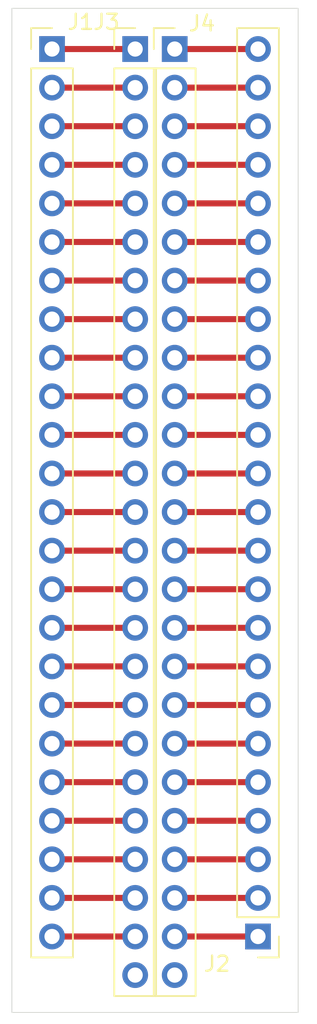
<source format=kicad_pcb>
(kicad_pcb (version 20241229) (generator "pcbnew") (generator_version "9.0")
  (layers (0 "F.Cu" signal) (2 "B.Cu" signal) (13 "F.Paste" user) (15 "B.Paste" user) (5 "F.SilkS" user "F.Silkscreen") (7 "B.SilkS" user "B.Silkscreen") (1 "F.Mask" user) (3 "B.Mask" user) (25 "Edge.Cuts" user))
  (net 0 "")
  (net 1 "Net-(J1-Pin_13)")
  (net 2 "Net-(J1-Pin_7)")
  (net 3 "Net-(J1-Pin_19)")
  (net 4 "Net-(J1-Pin_18)")
  (net 5 "Net-(J1-Pin_15)")
  (net 6 "Net-(J1-Pin_2)")
  (net 7 "Net-(J1-Pin_14)")
  (net 8 "Net-(J1-Pin_12)")
  (net 9 "Net-(J1-Pin_22)")
  (net 10 "Net-(J1-Pin_9)")
  (net 11 "Net-(J1-Pin_8)")
  (net 12 "Net-(J1-Pin_6)")
  (net 13 "Net-(J1-Pin_11)")
  (net 14 "Net-(J1-Pin_20)")
  (net 15 "Net-(J1-Pin_16)")
  (net 16 "Net-(J1-Pin_10)")
  (net 17 "Net-(J1-Pin_1)")
  (net 18 "Net-(J1-Pin_17)")
  (net 19 "Net-(J1-Pin_4)")
  (net 20 "Net-(J1-Pin_21)")
  (net 21 "Net-(J1-Pin_23)")
  (net 22 "Net-(J1-Pin_3)")
  (net 23 "Net-(J1-Pin_24)")
  (net 24 "Net-(J1-Pin_5)")
  (net 25 "Net-(J2-Pin_4)")
  (net 26 "Net-(J2-Pin_19)")
  (net 27 "Net-(J2-Pin_21)")
  (net 28 "Net-(J2-Pin_2)")
  (net 29 "Net-(J2-Pin_24)")
  (net 30 "Net-(J2-Pin_13)")
  (net 31 "Net-(J2-Pin_3)")
  (net 32 "Net-(J2-Pin_22)")
  (net 33 "Net-(J2-Pin_15)")
  (net 34 "Net-(J2-Pin_14)")
  (net 35 "Net-(J2-Pin_5)")
  (net 36 "Net-(J2-Pin_16)")
  (net 37 "Net-(J2-Pin_23)")
  (net 38 "Net-(J2-Pin_1)")
  (net 39 "Net-(J2-Pin_20)")
  (net 40 "Net-(J2-Pin_8)")
  (net 41 "Net-(J2-Pin_9)")
  (net 42 "Net-(J2-Pin_10)")
  (net 43 "Net-(J2-Pin_12)")
  (net 44 "Net-(J2-Pin_7)")
  (net 45 "Net-(J2-Pin_18)")
  (net 46 "Net-(J2-Pin_11)")
  (net 47 "Net-(J2-Pin_17)")
  (net 48 "Net-(J2-Pin_6)")
  (footprint "Connector_PinHeader_2.54mm:PinHeader_1x24_P2.54mm_Vertical" (layer "F.Cu") (at 130 90.4 180)
    (property "Reference" "J2" (at 2.7 -1.8 0) (layer "F.SilkS"))
    (property "Value" "25-48Pro")
    (fp_line (start 1.38 1.27) (end 1.38 59.8) (stroke (width 0.12)) (layer "F.SilkS"))
    (fp_line (start -1.38 59.8) (end 1.38 59.8) (stroke (width 0.12)) (layer "F.SilkS"))
    (fp_line (start -1.38 1.27) (end 1.38 1.27) (stroke (width 0.12)) (layer "F.SilkS"))
    (fp_line (start -1.38 1.27) (end -1.38 59.8) (stroke (width 0.12)) (layer "F.SilkS"))
    (fp_line (start -1.38 0) (end -1.38 -1.38) (stroke (width 0.12)) (layer "F.SilkS"))
    (fp_line (start -1.38 -1.38) (end 0 -1.38) (stroke (width 0.12)) (layer "F.SilkS"))
    (pad "1" thru_hole rect (at 0 0 180) (size 1.7 1.7) (drill 1) (layers "*.Cu" "*.Mask") (net 38 "Net-(J2-Pin_1)"))
    (pad "2" thru_hole circle (at 0 2.54 180) (size 1.7 1.7) (drill 1) (layers "*.Cu" "*.Mask") (net 28 "Net-(J2-Pin_2)"))
    (pad "3" thru_hole circle (at 0 5.08 180) (size 1.7 1.7) (drill 1) (layers "*.Cu" "*.Mask") (net 31 "Net-(J2-Pin_3)"))
    (pad "4" thru_hole circle (at 0 7.62 180) (size 1.7 1.7) (drill 1) (layers "*.Cu" "*.Mask") (net 25 "Net-(J2-Pin_4)"))
    (pad "5" thru_hole circle (at 0 10.16 180) (size 1.7 1.7) (drill 1) (layers "*.Cu" "*.Mask") (net 35 "Net-(J2-Pin_5)"))
    (pad "6" thru_hole circle (at 0 12.7 180) (size 1.7 1.7) (drill 1) (layers "*.Cu" "*.Mask") (net 48 "Net-(J2-Pin_6)"))
    (pad "7" thru_hole circle (at 0 15.24 180) (size 1.7 1.7) (drill 1) (layers "*.Cu" "*.Mask") (net 44 "Net-(J2-Pin_7)"))
    (pad "8" thru_hole circle (at 0 17.78 180) (size 1.7 1.7) (drill 1) (layers "*.Cu" "*.Mask") (net 40 "Net-(J2-Pin_8)"))
    (pad "9" thru_hole circle (at 0 20.32 180) (size 1.7 1.7) (drill 1) (layers "*.Cu" "*.Mask") (net 41 "Net-(J2-Pin_9)"))
    (pad "10" thru_hole circle (at 0 22.86 180) (size 1.7 1.7) (drill 1) (layers "*.Cu" "*.Mask") (net 42 "Net-(J2-Pin_10)"))
    (pad "11" thru_hole circle (at 0 25.4 180) (size 1.7 1.7) (drill 1) (layers "*.Cu" "*.Mask") (net 46 "Net-(J2-Pin_11)"))
    (pad "12" thru_hole circle (at 0 27.94 180) (size 1.7 1.7) (drill 1) (layers "*.Cu" "*.Mask") (net 43 "Net-(J2-Pin_12)"))
    (pad "13" thru_hole circle (at 0 30.48 180) (size 1.7 1.7) (drill 1) (layers "*.Cu" "*.Mask") (net 30 "Net-(J2-Pin_13)"))
    (pad "14" thru_hole circle (at 0 33.02 180) (size 1.7 1.7) (drill 1) (layers "*.Cu" "*.Mask") (net 34 "Net-(J2-Pin_14)"))
    (pad "15" thru_hole circle (at 0 35.56 180) (size 1.7 1.7) (drill 1) (layers "*.Cu" "*.Mask") (net 33 "Net-(J2-Pin_15)"))
    (pad "16" thru_hole circle (at 0 38.1 180) (size 1.7 1.7) (drill 1) (layers "*.Cu" "*.Mask") (net 36 "Net-(J2-Pin_16)"))
    (pad "17" thru_hole circle (at 0 40.64 180) (size 1.7 1.7) (drill 1) (layers "*.Cu" "*.Mask") (net 47 "Net-(J2-Pin_17)"))
    (pad "18" thru_hole circle (at 0 43.18 180) (size 1.7 1.7) (drill 1) (layers "*.Cu" "*.Mask") (net 45 "Net-(J2-Pin_18)"))
    (pad "19" thru_hole circle (at 0 45.72 180) (size 1.7 1.7) (drill 1) (layers "*.Cu" "*.Mask") (net 26 "Net-(J2-Pin_19)"))
    (pad "20" thru_hole circle (at 0 48.26 180) (size 1.7 1.7) (drill 1) (layers "*.Cu" "*.Mask") (net 39 "Net-(J2-Pin_20)"))
    (pad "21" thru_hole circle (at 0 50.8 180) (size 1.7 1.7) (drill 1) (layers "*.Cu" "*.Mask") (net 27 "Net-(J2-Pin_21)"))
    (pad "22" thru_hole circle (at 0 53.34 180) (size 1.7 1.7) (drill 1) (layers "*.Cu" "*.Mask") (net 32 "Net-(J2-Pin_22)"))
    (pad "23" thru_hole circle (at 0 55.88 180) (size 1.7 1.7) (drill 1) (layers "*.Cu" "*.Mask") (net 37 "Net-(J2-Pin_23)"))
    (pad "24" thru_hole circle (at 0 58.42 180) (size 1.7 1.7) (drill 1) (layers "*.Cu" "*.Mask") (net 29 "Net-(J2-Pin_24)"))
  )
  (footprint "Connector_PinHeader_2.54mm:PinHeader_1x25_P2.54mm_Vertical" (layer "F.Cu") (at 124.5 31.98)
    (property "Reference" "J4" (at 1.8 -1.68 0) (layer "F.SilkS"))
    (property "Value" "25-48cab")
    (fp_line (start -1.38 -1.38) (end 0 -1.38) (stroke (width 0.12)) (layer "F.SilkS"))
    (fp_line (start -1.38 0) (end -1.38 -1.38) (stroke (width 0.12)) (layer "F.SilkS"))
    (fp_line (start -1.38 1.27) (end -1.38 62.34) (stroke (width 0.12)) (layer "F.SilkS"))
    (fp_line (start -1.38 1.27) (end 1.38 1.27) (stroke (width 0.12)) (layer "F.SilkS"))
    (fp_line (start -1.38 62.34) (end 1.38 62.34) (stroke (width 0.12)) (layer "F.SilkS"))
    (fp_line (start 1.38 1.27) (end 1.38 62.34) (stroke (width 0.12)) (layer "F.SilkS"))
    (pad "1" thru_hole rect (at 0 0) (size 1.7 1.7) (drill 1) (layers "*.Cu" "*.Mask") (net 29 "Net-(J2-Pin_24)"))
    (pad "2" thru_hole circle (at 0 2.54) (size 1.7 1.7) (drill 1) (layers "*.Cu" "*.Mask") (net 37 "Net-(J2-Pin_23)"))
    (pad "3" thru_hole circle (at 0 5.08) (size 1.7 1.7) (drill 1) (layers "*.Cu" "*.Mask") (net 32 "Net-(J2-Pin_22)"))
    (pad "4" thru_hole circle (at 0 7.62) (size 1.7 1.7) (drill 1) (layers "*.Cu" "*.Mask") (net 27 "Net-(J2-Pin_21)"))
    (pad "5" thru_hole circle (at 0 10.16) (size 1.7 1.7) (drill 1) (layers "*.Cu" "*.Mask") (net 39 "Net-(J2-Pin_20)"))
    (pad "6" thru_hole circle (at 0 12.7) (size 1.7 1.7) (drill 1) (layers "*.Cu" "*.Mask") (net 26 "Net-(J2-Pin_19)"))
    (pad "7" thru_hole circle (at 0 15.24) (size 1.7 1.7) (drill 1) (layers "*.Cu" "*.Mask") (net 45 "Net-(J2-Pin_18)"))
    (pad "8" thru_hole circle (at 0 17.78) (size 1.7 1.7) (drill 1) (layers "*.Cu" "*.Mask") (net 47 "Net-(J2-Pin_17)"))
    (pad "9" thru_hole circle (at 0 20.32) (size 1.7 1.7) (drill 1) (layers "*.Cu" "*.Mask") (net 36 "Net-(J2-Pin_16)"))
    (pad "10" thru_hole circle (at 0 22.86) (size 1.7 1.7) (drill 1) (layers "*.Cu" "*.Mask") (net 33 "Net-(J2-Pin_15)"))
    (pad "11" thru_hole circle (at 0 25.4) (size 1.7 1.7) (drill 1) (layers "*.Cu" "*.Mask") (net 34 "Net-(J2-Pin_14)"))
    (pad "12" thru_hole circle (at 0 27.94) (size 1.7 1.7) (drill 1) (layers "*.Cu" "*.Mask") (net 30 "Net-(J2-Pin_13)"))
    (pad "13" thru_hole circle (at 0 30.48) (size 1.7 1.7) (drill 1) (layers "*.Cu" "*.Mask") (net 43 "Net-(J2-Pin_12)"))
    (pad "14" thru_hole circle (at 0 33.02) (size 1.7 1.7) (drill 1) (layers "*.Cu" "*.Mask") (net 46 "Net-(J2-Pin_11)"))
    (pad "15" thru_hole circle (at 0 35.56) (size 1.7 1.7) (drill 1) (layers "*.Cu" "*.Mask") (net 42 "Net-(J2-Pin_10)"))
    (pad "16" thru_hole circle (at 0 38.1) (size 1.7 1.7) (drill 1) (layers "*.Cu" "*.Mask") (net 41 "Net-(J2-Pin_9)"))
    (pad "17" thru_hole circle (at 0 40.64) (size 1.7 1.7) (drill 1) (layers "*.Cu" "*.Mask") (net 40 "Net-(J2-Pin_8)"))
    (pad "18" thru_hole circle (at 0 43.18) (size 1.7 1.7) (drill 1) (layers "*.Cu" "*.Mask") (net 44 "Net-(J2-Pin_7)"))
    (pad "19" thru_hole circle (at 0 45.72) (size 1.7 1.7) (drill 1) (layers "*.Cu" "*.Mask") (net 48 "Net-(J2-Pin_6)"))
    (pad "20" thru_hole circle (at 0 48.26) (size 1.7 1.7) (drill 1) (layers "*.Cu" "*.Mask") (net 35 "Net-(J2-Pin_5)"))
    (pad "21" thru_hole circle (at 0 50.8) (size 1.7 1.7) (drill 1) (layers "*.Cu" "*.Mask") (net 25 "Net-(J2-Pin_4)"))
    (pad "22" thru_hole circle (at 0 53.34) (size 1.7 1.7) (drill 1) (layers "*.Cu" "*.Mask") (net 31 "Net-(J2-Pin_3)"))
    (pad "23" thru_hole circle (at 0 55.88) (size 1.7 1.7) (drill 1) (layers "*.Cu" "*.Mask") (net 28 "Net-(J2-Pin_2)"))
    (pad "24" thru_hole circle (at 0 58.42) (size 1.7 1.7) (drill 1) (layers "*.Cu" "*.Mask") (net 38 "Net-(J2-Pin_1)"))
    (pad "25" thru_hole circle (at 0 60.96) (size 1.7 1.7) (drill 1) (layers "*.Cu" "*.Mask"))
  )
  (footprint "Connector_PinHeader_2.54mm:PinHeader_1x25_P2.54mm_Vertical" (layer "F.Cu") (at 121.89 31.98)
    (property "Reference" "J3" (at -1.89 -1.78 0) (layer "F.SilkS"))
    (property "Value" "1-24cab")
    (fp_line (start -1.38 -1.38) (end 0 -1.38) (stroke (width 0.12)) (layer "F.SilkS"))
    (fp_line (start -1.38 0) (end -1.38 -1.38) (stroke (width 0.12)) (layer "F.SilkS"))
    (fp_line (start -1.38 1.27) (end -1.38 62.34) (stroke (width 0.12)) (layer "F.SilkS"))
    (fp_line (start -1.38 1.27) (end 1.38 1.27) (stroke (width 0.12)) (layer "F.SilkS"))
    (fp_line (start -1.38 62.34) (end 1.38 62.34) (stroke (width 0.12)) (layer "F.SilkS"))
    (fp_line (start 1.38 1.27) (end 1.38 62.34) (stroke (width 0.12)) (layer "F.SilkS"))
    (pad "1" thru_hole rect (at 0 0) (size 1.7 1.7) (drill 1) (layers "*.Cu" "*.Mask") (net 17 "Net-(J1-Pin_1)"))
    (pad "2" thru_hole circle (at 0 2.54) (size 1.7 1.7) (drill 1) (layers "*.Cu" "*.Mask") (net 6 "Net-(J1-Pin_2)"))
    (pad "3" thru_hole circle (at 0 5.08) (size 1.7 1.7) (drill 1) (layers "*.Cu" "*.Mask") (net 22 "Net-(J1-Pin_3)"))
    (pad "4" thru_hole circle (at 0 7.62) (size 1.7 1.7) (drill 1) (layers "*.Cu" "*.Mask") (net 19 "Net-(J1-Pin_4)"))
    (pad "5" thru_hole circle (at 0 10.16) (size 1.7 1.7) (drill 1) (layers "*.Cu" "*.Mask") (net 24 "Net-(J1-Pin_5)"))
    (pad "6" thru_hole circle (at 0 12.7) (size 1.7 1.7) (drill 1) (layers "*.Cu" "*.Mask") (net 12 "Net-(J1-Pin_6)"))
    (pad "7" thru_hole circle (at 0 15.24) (size 1.7 1.7) (drill 1) (layers "*.Cu" "*.Mask") (net 2 "Net-(J1-Pin_7)"))
    (pad "8" thru_hole circle (at 0 17.78) (size 1.7 1.7) (drill 1) (layers "*.Cu" "*.Mask") (net 11 "Net-(J1-Pin_8)"))
    (pad "9" thru_hole circle (at 0 20.32) (size 1.7 1.7) (drill 1) (layers "*.Cu" "*.Mask") (net 10 "Net-(J1-Pin_9)"))
    (pad "10" thru_hole circle (at 0 22.86) (size 1.7 1.7) (drill 1) (layers "*.Cu" "*.Mask") (net 16 "Net-(J1-Pin_10)"))
    (pad "11" thru_hole circle (at 0 25.4) (size 1.7 1.7) (drill 1) (layers "*.Cu" "*.Mask") (net 13 "Net-(J1-Pin_11)"))
    (pad "12" thru_hole circle (at 0 27.94) (size 1.7 1.7) (drill 1) (layers "*.Cu" "*.Mask") (net 8 "Net-(J1-Pin_12)"))
    (pad "13" thru_hole circle (at 0 30.48) (size 1.7 1.7) (drill 1) (layers "*.Cu" "*.Mask") (net 1 "Net-(J1-Pin_13)"))
    (pad "14" thru_hole circle (at 0 33.02) (size 1.7 1.7) (drill 1) (layers "*.Cu" "*.Mask") (net 7 "Net-(J1-Pin_14)"))
    (pad "15" thru_hole circle (at 0 35.56) (size 1.7 1.7) (drill 1) (layers "*.Cu" "*.Mask") (net 5 "Net-(J1-Pin_15)"))
    (pad "16" thru_hole circle (at 0 38.1) (size 1.7 1.7) (drill 1) (layers "*.Cu" "*.Mask") (net 15 "Net-(J1-Pin_16)"))
    (pad "17" thru_hole circle (at 0 40.64) (size 1.7 1.7) (drill 1) (layers "*.Cu" "*.Mask") (net 18 "Net-(J1-Pin_17)"))
    (pad "18" thru_hole circle (at 0 43.18) (size 1.7 1.7) (drill 1) (layers "*.Cu" "*.Mask") (net 4 "Net-(J1-Pin_18)"))
    (pad "19" thru_hole circle (at 0 45.72) (size 1.7 1.7) (drill 1) (layers "*.Cu" "*.Mask") (net 3 "Net-(J1-Pin_19)"))
    (pad "20" thru_hole circle (at 0 48.26) (size 1.7 1.7) (drill 1) (layers "*.Cu" "*.Mask") (net 14 "Net-(J1-Pin_20)"))
    (pad "21" thru_hole circle (at 0 50.8) (size 1.7 1.7) (drill 1) (layers "*.Cu" "*.Mask") (net 20 "Net-(J1-Pin_21)"))
    (pad "22" thru_hole circle (at 0 53.34) (size 1.7 1.7) (drill 1) (layers "*.Cu" "*.Mask") (net 9 "Net-(J1-Pin_22)"))
    (pad "23" thru_hole circle (at 0 55.88) (size 1.7 1.7) (drill 1) (layers "*.Cu" "*.Mask") (net 21 "Net-(J1-Pin_23)"))
    (pad "24" thru_hole circle (at 0 58.42) (size 1.7 1.7) (drill 1) (layers "*.Cu" "*.Mask") (net 23 "Net-(J1-Pin_24)"))
    (pad "25" thru_hole circle (at 0 60.96) (size 1.7 1.7) (drill 1) (layers "*.Cu" "*.Mask"))
  )
  (footprint "Connector_PinHeader_2.54mm:PinHeader_1x24_P2.54mm_Vertical" (layer "F.Cu") (at 116.4 31.98)
    (property "Reference" "J1" (at 1.9 -1.78 0) (layer "F.SilkS"))
    (property "Value" "1-24Pro")
    (fp_line (start -1.38 -1.38) (end 0 -1.38) (stroke (width 0.12)) (layer "F.SilkS"))
    (fp_line (start -1.38 0) (end -1.38 -1.38) (stroke (width 0.12)) (layer "F.SilkS"))
    (fp_line (start -1.38 1.27) (end -1.38 59.8) (stroke (width 0.12)) (layer "F.SilkS"))
    (fp_line (start -1.38 1.27) (end 1.38 1.27) (stroke (width 0.12)) (layer "F.SilkS"))
    (fp_line (start -1.38 59.8) (end 1.38 59.8) (stroke (width 0.12)) (layer "F.SilkS"))
    (fp_line (start 1.38 1.27) (end 1.38 59.8) (stroke (width 0.12)) (layer "F.SilkS"))
    (pad "1" thru_hole rect (at 0 0) (size 1.7 1.7) (drill 1) (layers "*.Cu" "*.Mask") (net 17 "Net-(J1-Pin_1)"))
    (pad "2" thru_hole circle (at 0 2.54) (size 1.7 1.7) (drill 1) (layers "*.Cu" "*.Mask") (net 6 "Net-(J1-Pin_2)"))
    (pad "3" thru_hole circle (at 0 5.08) (size 1.7 1.7) (drill 1) (layers "*.Cu" "*.Mask") (net 22 "Net-(J1-Pin_3)"))
    (pad "4" thru_hole circle (at 0 7.62) (size 1.7 1.7) (drill 1) (layers "*.Cu" "*.Mask") (net 19 "Net-(J1-Pin_4)"))
    (pad "5" thru_hole circle (at 0 10.16) (size 1.7 1.7) (drill 1) (layers "*.Cu" "*.Mask") (net 24 "Net-(J1-Pin_5)"))
    (pad "6" thru_hole circle (at 0 12.7) (size 1.7 1.7) (drill 1) (layers "*.Cu" "*.Mask") (net 12 "Net-(J1-Pin_6)"))
    (pad "7" thru_hole circle (at 0 15.24) (size 1.7 1.7) (drill 1) (layers "*.Cu" "*.Mask") (net 2 "Net-(J1-Pin_7)"))
    (pad "8" thru_hole circle (at 0 17.78) (size 1.7 1.7) (drill 1) (layers "*.Cu" "*.Mask") (net 11 "Net-(J1-Pin_8)"))
    (pad "9" thru_hole circle (at 0 20.32) (size 1.7 1.7) (drill 1) (layers "*.Cu" "*.Mask") (net 10 "Net-(J1-Pin_9)"))
    (pad "10" thru_hole circle (at 0 22.86) (size 1.7 1.7) (drill 1) (layers "*.Cu" "*.Mask") (net 16 "Net-(J1-Pin_10)"))
    (pad "11" thru_hole circle (at 0 25.4) (size 1.7 1.7) (drill 1) (layers "*.Cu" "*.Mask") (net 13 "Net-(J1-Pin_11)"))
    (pad "12" thru_hole circle (at 0 27.94) (size 1.7 1.7) (drill 1) (layers "*.Cu" "*.Mask") (net 8 "Net-(J1-Pin_12)"))
    (pad "13" thru_hole circle (at 0 30.48) (size 1.7 1.7) (drill 1) (layers "*.Cu" "*.Mask") (net 1 "Net-(J1-Pin_13)"))
    (pad "14" thru_hole circle (at 0 33.02) (size 1.7 1.7) (drill 1) (layers "*.Cu" "*.Mask") (net 7 "Net-(J1-Pin_14)"))
    (pad "15" thru_hole circle (at 0 35.56) (size 1.7 1.7) (drill 1) (layers "*.Cu" "*.Mask") (net 5 "Net-(J1-Pin_15)"))
    (pad "16" thru_hole circle (at 0 38.1) (size 1.7 1.7) (drill 1) (layers "*.Cu" "*.Mask") (net 15 "Net-(J1-Pin_16)"))
    (pad "17" thru_hole circle (at 0 40.64) (size 1.7 1.7) (drill 1) (layers "*.Cu" "*.Mask") (net 18 "Net-(J1-Pin_17)"))
    (pad "18" thru_hole circle (at 0 43.18) (size 1.7 1.7) (drill 1) (layers "*.Cu" "*.Mask") (net 4 "Net-(J1-Pin_18)"))
    (pad "19" thru_hole circle (at 0 45.72) (size 1.7 1.7) (drill 1) (layers "*.Cu" "*.Mask") (net 3 "Net-(J1-Pin_19)"))
    (pad "20" thru_hole circle (at 0 48.26) (size 1.7 1.7) (drill 1) (layers "*.Cu" "*.Mask") (net 14 "Net-(J1-Pin_20)"))
    (pad "21" thru_hole circle (at 0 50.8) (size 1.7 1.7) (drill 1) (layers "*.Cu" "*.Mask") (net 20 "Net-(J1-Pin_21)"))
    (pad "22" thru_hole circle (at 0 53.34) (size 1.7 1.7) (drill 1) (layers "*.Cu" "*.Mask") (net 9 "Net-(J1-Pin_22)"))
    (pad "23" thru_hole circle (at 0 55.88) (size 1.7 1.7) (drill 1) (layers "*.Cu" "*.Mask") (net 21 "Net-(J1-Pin_23)"))
    (pad "24" thru_hole circle (at 0 58.42) (size 1.7 1.7) (drill 1) (layers "*.Cu" "*.Mask") (net 23 "Net-(J1-Pin_24)"))
  )
  (gr_rect (start 113.75 29.3) (end 132.65 95.4) (stroke (width 0.05)) (fill no) (layer "Edge.Cuts"))
  (segment (start 116.8 62.46) (end 121.89 62.46) (width 0.4) (layer "F.Cu") (net 1))
  (segment (start 116.8 47.22) (end 121.89 47.22) (width 0.4) (layer "F.Cu") (net 2))
  (segment (start 121.89 77.7) (end 116.8 77.7) (width 0.4) (layer "F.Cu") (net 3))
  (segment (start 121.89 75.16) (end 116.8 75.16) (width 0.4) (layer "F.Cu") (net 4))
  (segment (start 121.89 67.54) (end 116.8 67.54) (width 0.4) (layer "F.Cu") (net 5))
  (segment (start 116.8 34.52) (end 121.89 34.52) (width 0.4) (layer "F.Cu") (net 6))
  (segment (start 121.89 65) (end 116.8 65) (width 0.4) (layer "F.Cu") (net 7))
  (segment (start 121.89 59.92) (end 116.8 59.92) (width 0.4) (layer "F.Cu") (net 8))
  (segment (start 121.89 85.32) (end 116.8 85.32) (width 0.4) (layer "F.Cu") (net 9))
  (segment (start 116.8 52.3) (end 121.89 52.3) (width 0.4) (layer "F.Cu") (net 10))
  (segment (start 121.89 49.76) (end 116.8 49.76) (width 0.4) (layer "F.Cu") (net 11))
  (segment (start 116.8 44.68) (end 121.89 44.68) (width 0.4) (layer "F.Cu") (net 12))
  (segment (start 116.8 57.38) (end 121.89 57.38) (width 0.4) (layer "F.Cu") (net 13))
  (segment (start 121.89 80.24) (end 116.8 80.24) (width 0.4) (layer "F.Cu") (net 14))
  (segment (start 121.89 70.08) (end 116.8 70.08) (width 0.4) (layer "F.Cu") (net 15))
  (segment (start 121.89 54.84) (end 116.8 54.84) (width 0.4) (layer "F.Cu") (net 16))
  (segment (start 116.8 31.98) (end 121.89 31.98) (width 0.4) (layer "F.Cu") (net 17))
  (segment (start 121.89 72.62) (end 116.8 72.62) (width 0.4) (layer "F.Cu") (net 18))
  (segment (start 121.89 39.6) (end 116.8 39.6) (width 0.4) (layer "F.Cu") (net 19))
  (segment (start 121.89 82.78) (end 116.8 82.78) (width 0.4) (layer "F.Cu") (net 20))
  (segment (start 121.89 87.86) (end 116.8 87.86) (width 0.4) (layer "F.Cu") (net 21))
  (segment (start 116.8 37.06) (end 121.89 37.06) (width 0.4) (layer "F.Cu") (net 22))
  (segment (start 121.89 90.4) (end 116.8 90.4) (width 0.4) (layer "F.Cu") (net 23))
  (segment (start 121.89 42.14) (end 116.8 42.14) (width 0.4) (layer "F.Cu") (net 24))
  (segment (start 124.5 82.78) (end 130 82.78) (width 0.4) (layer "F.Cu") (net 25))
  (segment (start 124.5 44.68) (end 130 44.68) (width 0.4) (layer "F.Cu") (net 26))
  (segment (start 130 39.6) (end 124.5 39.6) (width 0.4) (layer "F.Cu") (net 27))
  (segment (start 130 87.86) (end 124.5 87.86) (width 0.4) (layer "F.Cu") (net 28))
  (segment (start 124.5 31.98) (end 130 31.98) (width 0.4) (layer "F.Cu") (net 29))
  (segment (start 124.5 59.92) (end 130 59.92) (width 0.4) (layer "F.Cu") (net 30))
  (segment (start 124.5 85.32) (end 130 85.32) (width 0.4) (layer "F.Cu") (net 31))
  (segment (start 124.5 37.06) (end 130 37.06) (width 0.4) (layer "F.Cu") (net 32))
  (segment (start 124.5 54.84) (end 130 54.84) (width 0.4) (layer "F.Cu") (net 33))
  (segment (start 124.5 57.38) (end 130 57.38) (width 0.4) (layer "F.Cu") (net 34))
  (segment (start 124.5 80.24) (end 130 80.24) (width 0.4) (layer "F.Cu") (net 35))
  (segment (start 124.5 52.3) (end 130 52.3) (width 0.4) (layer "F.Cu") (net 36))
  (segment (start 130 34.52) (end 124.5 34.52) (width 0.4) (layer "F.Cu") (net 37))
  (segment (start 124.5 90.4) (end 130 90.4) (width 0.4) (layer "F.Cu") (net 38))
  (segment (start 124.5 42.14) (end 130 42.14) (width 0.4) (layer "F.Cu") (net 39))
  (segment (start 124.5 72.62) (end 130 72.62) (width 0.4) (layer "F.Cu") (net 40))
  (segment (start 124.5 70.08) (end 130 70.08) (width 0.4) (layer "F.Cu") (net 41))
  (segment (start 124.5 67.54) (end 130 67.54) (width 0.4) (layer "F.Cu") (net 42))
  (segment (start 124.5 62.46) (end 130 62.46) (width 0.4) (layer "F.Cu") (net 43))
  (segment (start 130 75.16) (end 124.5 75.16) (width 0.4) (layer "F.Cu") (net 44))
  (segment (start 130 47.22) (end 124.5 47.22) (width 0.4) (layer "F.Cu") (net 45))
  (segment (start 124.5 65) (end 130 65) (width 0.4) (layer "F.Cu") (net 46))
  (segment (start 124.5 49.76) (end 130 49.76) (width 0.4) (layer "F.Cu") (net 47))
  (segment (start 124.5 77.7) (end 130 77.7) (width 0.4) (layer "F.Cu") (net 48))
)
</source>
